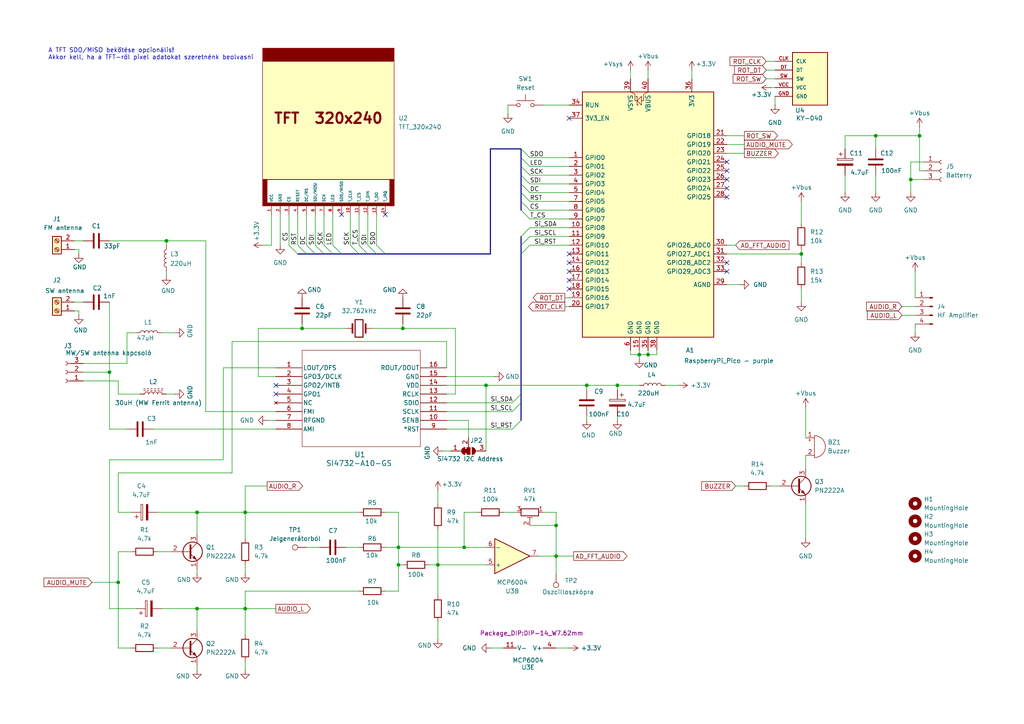
<source format=kicad_sch>
(kicad_sch (version 20250114) (generator "eeschema") (generator_version "9.0")
  (paper "A4")
  (title_block (title "Pico radio-9 (kétoldalas panel)") (date "2025-08-04"))
  (text "A TFT SDO/MISO bekötése opcionális!\nAkkor kell, ha a TFT-ről pixel adatokat szeretnénk beolvasni" (at 13.97 15.748 0) (effects (font (size 1.27 1.27)) (justify left)))
  (junction (at 179.07 111.76))
  (junction (at 48.26 69.85))
  (junction (at 140.97 111.76))
  (junction (at 115.57 158.75))
  (junction (at 187.96 102.87))
  (junction (at 232.41 73.66))
  (junction (at 264.16 52.07))
  (junction (at 161.29 152.4))
  (junction (at 87.63 95.25))
  (junction (at 254 39.37))
  (junction (at 34.29 168.91))
  (junction (at 57.15 148.59))
  (junction (at 31.75 107.95))
  (junction (at 57.15 176.53))
  (junction (at 71.12 148.59))
  (junction (at 266.7 39.37))
  (junction (at 115.57 163.83))
  (junction (at 161.29 161.29))
  (junction (at 127 163.83))
  (junction (at 170.18 111.76))
  (junction (at 116.84 95.25))
  (junction (at 185.42 102.87))
  (junction (at 71.12 176.53))
  (junction (at 134.62 158.75))
  (no_connect (at 165.1 76.2))
  (no_connect (at 80.01 111.76))
  (no_connect (at 165.1 83.82))
  (no_connect (at 165.1 34.29))
  (no_connect (at 165.1 73.66))
  (no_connect (at 210.82 46.99))
  (no_connect (at 210.82 76.2))
  (no_connect (at 111.76 62.23))
  (no_connect (at 210.82 49.53))
  (no_connect (at 210.82 54.61))
  (no_connect (at 99.06 62.23))
  (no_connect (at 210.82 57.15))
  (no_connect (at 210.82 52.07))
  (no_connect (at 165.1 78.74))
  (no_connect (at 210.82 78.74))
  (no_connect (at 165.1 81.28))
  (no_connect (at 80.01 114.3))
  (bus_entry (at 148.59 116.84) (size 2.54 -2.54))
  (bus_entry (at 106.68 71.12) (size 2.54 2.54))
  (bus_entry (at 91.44 71.12) (size 2.54 2.54))
  (bus_entry (at 88.9 71.12) (size 2.54 2.54))
  (bus_entry (at 151.13 53.34) (size 2.54 2.54))
  (bus_entry (at 151.13 55.88) (size 2.54 2.54))
  (bus_entry (at 96.52 71.12) (size 2.54 2.54))
  (bus_entry (at 151.13 50.8) (size 2.54 2.54))
  (bus_entry (at 148.59 119.38) (size 2.54 -2.54))
  (bus_entry (at 109.22 71.12) (size 2.54 2.54))
  (bus_entry (at 151.13 73.66) (size 2.54 -2.54))
  (bus_entry (at 151.13 45.72) (size 2.54 2.54))
  (bus_entry (at 151.13 71.12) (size 2.54 -2.54))
  (bus_entry (at 151.13 58.42) (size 2.54 2.54))
  (bus_entry (at 151.13 68.58) (size 2.54 -2.54))
  (bus_entry (at 151.13 60.96) (size 2.54 2.54))
  (bus_entry (at 86.36 71.12) (size 2.54 2.54))
  (bus_entry (at 151.13 43.18) (size 2.54 2.54))
  (bus_entry (at 104.14 71.12) (size 2.54 2.54))
  (bus_entry (at 148.59 124.46) (size 2.54 -2.54))
  (bus_entry (at 101.6 71.12) (size 2.54 2.54))
  (bus_entry (at 151.13 48.26) (size 2.54 2.54))
  (bus_entry (at 83.82 71.12) (size 2.54 2.54))
  (bus_entry (at 93.98 71.12) (size 2.54 2.54))
  (wire (pts (xy 67.31 99.06) (xy 67.31 137.16)))
  (wire (pts (xy 222.25 17.78) (xy 224.79 17.78)))
  (wire (pts (xy 104.14 62.23) (xy 104.14 71.12)))
  (wire (pts (xy 124.46 163.83) (xy 127 163.83)))
  (wire (pts (xy 71.12 171.45) (xy 71.12 176.53)))
  (wire (pts (xy 77.47 121.92) (xy 80.01 121.92)))
  (wire (pts (xy 129.54 116.84) (xy 148.59 116.84)))
  (wire (pts (xy 48.26 69.85) (xy 59.69 69.85)))
  (wire (pts (xy 233.68 132.08) (xy 233.68 135.89)))
  (wire (pts (xy 179.07 121.92) (xy 179.07 120.65)))
  (wire (pts (xy 210.82 73.66) (xy 232.41 73.66)))
  (wire (pts (xy 22.86 91.44) (xy 22.86 90.17)))
  (bus (pts (xy 151.13 58.42) (xy 151.13 55.88)))
  (wire (pts (xy 71.12 163.83) (xy 71.12 166.37)))
  (bus (pts (xy 151.13 43.18) (xy 151.13 45.72)))
  (wire (pts (xy 71.12 176.53) (xy 57.15 176.53)))
  (wire (pts (xy 46.99 96.52) (xy 50.8 96.52)))
  (wire (pts (xy 222.25 20.32) (xy 224.79 20.32)))
  (bus (pts (xy 93.98 73.66) (xy 96.52 73.66)))
  (bus (pts (xy 151.13 71.12) (xy 151.13 73.66)))
  (wire (pts (xy 182.88 20.32) (xy 182.88 22.86)))
  (wire (pts (xy 116.84 93.98) (xy 116.84 95.25)))
  (wire (pts (xy 34.29 168.91) (xy 34.29 187.96)))
  (wire (pts (xy 232.41 72.39) (xy 232.41 73.66)))
  (bus (pts (xy 142.24 43.18) (xy 142.24 73.66)))
  (wire (pts (xy 185.42 101.6) (xy 185.42 102.87)))
  (wire (pts (xy 147.32 30.48) (xy 147.32 33.02)))
  (wire (pts (xy 71.12 176.53) (xy 80.01 176.53)))
  (wire (pts (xy 210.82 44.45) (xy 215.9 44.45)))
  (wire (pts (xy 254 39.37) (xy 254 43.18)))
  (wire (pts (xy 22.86 73.66) (xy 22.86 72.39)))
  (wire (pts (xy 115.57 163.83) (xy 116.84 163.83)))
  (wire (pts (xy 153.67 152.4) (xy 161.29 152.4)))
  (wire (pts (xy 170.18 121.92) (xy 170.18 120.65)))
  (wire (pts (xy 36.83 105.41) (xy 24.13 105.41)))
  (wire (pts (xy 31.75 176.53) (xy 39.37 176.53)))
  (wire (pts (xy 134.62 148.59) (xy 134.62 158.75)))
  (wire (pts (xy 264.16 52.07) (xy 264.16 55.88)))
  (wire (pts (xy 190.5 102.87) (xy 190.5 101.6)))
  (wire (pts (xy 71.12 148.59) (xy 57.15 148.59)))
  (wire (pts (xy 46.99 176.53) (xy 57.15 176.53)))
  (wire (pts (xy 59.69 119.38) (xy 80.01 119.38)))
  (wire (pts (xy 187.96 102.87) (xy 185.42 102.87)))
  (wire (pts (xy 48.26 78.74) (xy 48.26 80.01)))
  (wire (pts (xy 153.67 55.88) (xy 165.1 55.88)))
  (wire (pts (xy 57.15 193.04) (xy 57.15 194.31)))
  (wire (pts (xy 245.11 55.88) (xy 245.11 50.8)))
  (wire (pts (xy 163.83 86.36) (xy 165.1 86.36)))
  (wire (pts (xy 128.27 130.81) (xy 130.81 130.81)))
  (wire (pts (xy 129.54 106.68) (xy 129.54 99.06)))
  (wire (pts (xy 224.79 27.94) (xy 224.79 30.48)))
  (wire (pts (xy 182.88 102.87) (xy 185.42 102.87)))
  (wire (pts (xy 74.93 95.25) (xy 74.93 109.22)))
  (wire (pts (xy 261.62 91.44) (xy 265.43 91.44)))
  (wire (pts (xy 115.57 148.59) (xy 115.57 158.75)))
  (wire (pts (xy 232.41 58.42) (xy 232.41 64.77)))
  (wire (pts (xy 233.68 118.11) (xy 233.68 127)))
  (bus (pts (xy 151.13 116.84) (xy 151.13 121.92)))
  (bus (pts (xy 151.13 68.58) (xy 151.13 71.12)))
  (wire (pts (xy 45.72 160.02) (xy 49.53 160.02)))
  (bus (pts (xy 91.44 73.66) (xy 93.98 73.66)))
  (wire (pts (xy 134.62 158.75) (xy 140.97 158.75)))
  (wire (pts (xy 91.44 62.23) (xy 91.44 71.12)))
  (wire (pts (xy 59.69 69.85) (xy 59.69 119.38)))
  (wire (pts (xy 64.77 133.35) (xy 31.75 133.35)))
  (wire (pts (xy 161.29 148.59) (xy 161.29 152.4)))
  (wire (pts (xy 71.12 140.97) (xy 71.12 148.59)))
  (wire (pts (xy 163.83 88.9) (xy 165.1 88.9)))
  (wire (pts (xy 153.67 66.04) (xy 165.1 66.04)))
  (wire (pts (xy 36.83 96.52) (xy 36.83 105.41)))
  (wire (pts (xy 21.59 87.63) (xy 24.13 87.63)))
  (wire (pts (xy 193.04 111.76) (xy 196.85 111.76)))
  (wire (pts (xy 210.82 71.12) (xy 213.36 71.12)))
  (wire (pts (xy 185.42 102.87) (xy 185.42 104.14)))
  (wire (pts (xy 115.57 158.75) (xy 115.57 163.83)))
  (wire (pts (xy 71.12 176.53) (xy 71.12 184.15)))
  (wire (pts (xy 187.96 101.6) (xy 187.96 102.87)))
  (wire (pts (xy 245.11 39.37) (xy 254 39.37)))
  (wire (pts (xy 48.26 69.85) (xy 48.26 71.12)))
  (wire (pts (xy 156.21 161.29) (xy 161.29 161.29)))
  (wire (pts (xy 78.74 62.23) (xy 78.74 71.12)))
  (wire (pts (xy 71.12 148.59) (xy 104.14 148.59)))
  (bus (pts (xy 99.06 73.66) (xy 104.14 73.66)))
  (wire (pts (xy 115.57 163.83) (xy 115.57 171.45)))
  (wire (pts (xy 57.15 148.59) (xy 57.15 154.94)))
  (wire (pts (xy 187.96 20.32) (xy 187.96 22.86)))
  (wire (pts (xy 74.93 95.25) (xy 87.63 95.25)))
  (wire (pts (xy 135.89 121.92) (xy 135.89 127)))
  (wire (pts (xy 138.43 148.59) (xy 134.62 148.59)))
  (wire (pts (xy 153.67 45.72) (xy 165.1 45.72)))
  (wire (pts (xy 109.22 62.23) (xy 109.22 71.12)))
  (bus (pts (xy 151.13 53.34) (xy 151.13 50.8)))
  (bus (pts (xy 151.13 73.66) (xy 151.13 114.3)))
  (bus (pts (xy 104.14 73.66) (xy 106.68 73.66)))
  (wire (pts (xy 153.67 60.96) (xy 165.1 60.96)))
  (wire (pts (xy 116.84 95.25) (xy 132.08 95.25)))
  (wire (pts (xy 24.13 107.95) (xy 31.75 107.95)))
  (wire (pts (xy 127 163.83) (xy 140.97 163.83)))
  (wire (pts (xy 127 180.34) (xy 127 185.42)))
  (wire (pts (xy 57.15 165.1) (xy 57.15 166.37)))
  (wire (pts (xy 223.52 25.4) (xy 224.79 25.4)))
  (wire (pts (xy 153.67 71.12) (xy 165.1 71.12)))
  (wire (pts (xy 34.29 137.16) (xy 34.29 148.59)))
  (wire (pts (xy 210.82 41.91) (xy 215.9 41.91)))
  (wire (pts (xy 254 55.88) (xy 254 50.8)))
  (wire (pts (xy 129.54 119.38) (xy 148.59 119.38)))
  (wire (pts (xy 34.29 160.02) (xy 34.29 168.91)))
  (wire (pts (xy 31.75 69.85) (xy 48.26 69.85)))
  (wire (pts (xy 34.29 148.59) (xy 38.1 148.59)))
  (wire (pts (xy 179.07 111.76) (xy 179.07 113.03)))
  (wire (pts (xy 264.16 46.99) (xy 267.97 46.99)))
  (wire (pts (xy 31.75 133.35) (xy 31.75 176.53)))
  (wire (pts (xy 161.29 152.4) (xy 161.29 161.29)))
  (wire (pts (xy 245.11 43.18) (xy 245.11 39.37)))
  (wire (pts (xy 96.52 62.23) (xy 96.52 71.12)))
  (wire (pts (xy 132.08 114.3) (xy 132.08 95.25)))
  (bus (pts (xy 151.13 60.96) (xy 151.13 58.42)))
  (wire (pts (xy 86.36 62.23) (xy 86.36 71.12)))
  (wire (pts (xy 210.82 39.37) (xy 215.9 39.37)))
  (wire (pts (xy 129.54 109.22) (xy 143.51 109.22)))
  (wire (pts (xy 71.12 148.59) (xy 71.12 156.21)))
  (wire (pts (xy 140.97 111.76) (xy 170.18 111.76)))
  (wire (pts (xy 200.66 20.32) (xy 200.66 22.86)))
  (wire (pts (xy 45.72 187.96) (xy 49.53 187.96)))
  (wire (pts (xy 266.7 49.53) (xy 267.97 49.53)))
  (wire (pts (xy 127 142.24) (xy 127 146.05)))
  (wire (pts (xy 127 163.83) (xy 127 172.72)))
  (wire (pts (xy 111.76 148.59) (xy 115.57 148.59)))
  (wire (pts (xy 223.52 140.97) (xy 226.06 140.97)))
  (bus (pts (xy 142.24 73.66) (xy 111.76 73.66)))
  (bus (pts (xy 151.13 45.72) (xy 151.13 48.26)))
  (wire (pts (xy 21.59 69.85) (xy 24.13 69.85)))
  (wire (pts (xy 127 153.67) (xy 127 163.83)))
  (wire (pts (xy 265.43 78.74) (xy 265.43 86.36)))
  (wire (pts (xy 170.18 111.76) (xy 179.07 111.76)))
  (wire (pts (xy 165.1 187.96) (xy 161.29 187.96)))
  (wire (pts (xy 266.7 39.37) (xy 266.7 49.53)))
  (bus (pts (xy 106.68 73.66) (xy 109.22 73.66)))
  (wire (pts (xy 64.77 106.68) (xy 80.01 106.68)))
  (wire (pts (xy 34.29 187.96) (xy 38.1 187.96)))
  (wire (pts (xy 111.76 158.75) (xy 115.57 158.75)))
  (wire (pts (xy 31.75 107.95) (xy 31.75 124.46)))
  (wire (pts (xy 87.63 93.98) (xy 87.63 95.25)))
  (wire (pts (xy 232.41 83.82) (xy 232.41 87.63)))
  (wire (pts (xy 45.72 148.59) (xy 57.15 148.59)))
  (wire (pts (xy 210.82 82.55) (xy 214.63 82.55)))
  (bus (pts (xy 86.36 73.66) (xy 88.9 73.66)))
  (wire (pts (xy 26.67 168.91) (xy 34.29 168.91)))
  (wire (pts (xy 222.25 22.86) (xy 224.79 22.86)))
  (wire (pts (xy 83.82 62.23) (xy 83.82 71.12)))
  (wire (pts (xy 101.6 62.23) (xy 101.6 71.12)))
  (wire (pts (xy 22.86 72.39) (xy 21.59 72.39)))
  (wire (pts (xy 153.67 53.34) (xy 165.1 53.34)))
  (wire (pts (xy 115.57 171.45) (xy 111.76 171.45)))
  (wire (pts (xy 129.54 124.46) (xy 148.59 124.46)))
  (wire (pts (xy 64.77 106.68) (xy 64.77 133.35)))
  (bus (pts (xy 109.22 73.66) (xy 111.76 73.66)))
  (wire (pts (xy 71.12 140.97) (xy 77.47 140.97)))
  (wire (pts (xy 115.57 158.75) (xy 134.62 158.75)))
  (wire (pts (xy 153.67 63.5) (xy 165.1 63.5)))
  (wire (pts (xy 182.88 101.6) (xy 182.88 102.87)))
  (wire (pts (xy 100.33 158.75) (xy 104.14 158.75)))
  (wire (pts (xy 157.48 148.59) (xy 161.29 148.59)))
  (wire (pts (xy 129.54 111.76) (xy 140.97 111.76)))
  (wire (pts (xy 135.89 121.92) (xy 129.54 121.92)))
  (wire (pts (xy 36.83 96.52) (xy 39.37 96.52)))
  (wire (pts (xy 129.54 114.3) (xy 132.08 114.3)))
  (wire (pts (xy 161.29 161.29) (xy 161.29 166.37)))
  (wire (pts (xy 140.97 130.81) (xy 140.97 111.76)))
  (wire (pts (xy 179.07 111.76) (xy 185.42 111.76)))
  (wire (pts (xy 266.7 36.83) (xy 266.7 39.37)))
  (wire (pts (xy 261.62 88.9) (xy 265.43 88.9)))
  (wire (pts (xy 264.16 46.99) (xy 264.16 52.07)))
  (wire (pts (xy 48.26 114.3) (xy 50.8 114.3)))
  (bus (pts (xy 96.52 73.66) (xy 99.06 73.66)))
  (wire (pts (xy 57.15 176.53) (xy 57.15 182.88)))
  (wire (pts (xy 153.67 68.58) (xy 165.1 68.58)))
  (wire (pts (xy 31.75 124.46) (xy 36.83 124.46)))
  (wire (pts (xy 71.12 171.45) (xy 104.14 171.45)))
  (wire (pts (xy 93.98 62.23) (xy 93.98 71.12)))
  (wire (pts (xy 88.9 158.75) (xy 92.71 158.75)))
  (bus (pts (xy 151.13 114.3) (xy 151.13 116.84)))
  (wire (pts (xy 67.31 137.16) (xy 34.29 137.16)))
  (wire (pts (xy 88.9 62.23) (xy 88.9 71.12)))
  (wire (pts (xy 22.86 90.17) (xy 21.59 90.17)))
  (wire (pts (xy 87.63 95.25) (xy 100.33 95.25)))
  (wire (pts (xy 161.29 161.29) (xy 166.37 161.29)))
  (wire (pts (xy 31.75 87.63) (xy 31.75 107.95)))
  (bus (pts (xy 151.13 50.8) (xy 151.13 48.26)))
  (wire (pts (xy 146.05 187.96) (xy 142.24 187.96)))
  (wire (pts (xy 233.68 146.05) (xy 233.68 156.21)))
  (wire (pts (xy 146.05 148.59) (xy 149.86 148.59)))
  (wire (pts (xy 67.31 99.06) (xy 129.54 99.06)))
  (wire (pts (xy 44.45 124.46) (xy 80.01 124.46)))
  (wire (pts (xy 34.29 114.3) (xy 40.64 114.3)))
  (wire (pts (xy 187.96 102.87) (xy 190.5 102.87)))
  (wire (pts (xy 170.18 111.76) (xy 170.18 113.03)))
  (wire (pts (xy 153.67 48.26) (xy 165.1 48.26)))
  (wire (pts (xy 213.36 140.97) (xy 215.9 140.97)))
  (wire (pts (xy 38.1 160.02) (xy 34.29 160.02)))
  (wire (pts (xy 265.43 93.98) (xy 265.43 96.52)))
  (wire (pts (xy 264.16 52.07) (xy 267.97 52.07)))
  (wire (pts (xy 107.95 95.25) (xy 116.84 95.25)))
  (wire (pts (xy 153.67 50.8) (xy 165.1 50.8)))
  (wire (pts (xy 157.48 30.48) (xy 165.1 30.48)))
  (wire (pts (xy 76.2 71.12) (xy 78.74 71.12)))
  (wire (pts (xy 81.28 62.23) (xy 81.28 71.12)))
  (wire (pts (xy 153.67 58.42) (xy 165.1 58.42)))
  (wire (pts (xy 232.41 73.66) (xy 232.41 76.2)))
  (bus (pts (xy 151.13 55.88) (xy 151.13 53.34)))
  (bus (pts (xy 142.24 43.18) (xy 151.13 43.18)))
  (wire (pts (xy 254 39.37) (xy 266.7 39.37)))
  (wire (pts (xy 24.13 110.49) (xy 34.29 110.49)))
  (wire (pts (xy 71.12 191.77) (xy 71.12 194.31)))
  (wire (pts (xy 106.68 62.23) (xy 106.68 71.12)))
  (wire (pts (xy 34.29 110.49) (xy 34.29 114.3)))
  (wire (pts (xy 74.93 109.22) (xy 80.01 109.22)))
  (bus (pts (xy 88.9 73.66) (xy 91.44 73.66)))
  (label "SDI" (at 153.67 53.34 0))
  (label "LED" (at 153.67 48.26 0))
  (label "SDI" (at 106.68 71.12 90))
  (label "Si_RST" (at 154.94 71.12 0))
  (label "Si_SCL" (at 154.94 68.58 0))
  (label "DC" (at 153.67 55.88 0))
  (label "SDI" (at 91.44 71.12 90))
  (label "RST" (at 86.36 71.12 90))
  (label "CS" (at 83.82 67.31 270))
  (label "LED" (at 96.52 71.12 90))
  (label "Si_SDA" (at 154.94 66.04 0))
  (label "Si_RST" (at 142.24 124.46 0))
  (label "SDO" (at 109.22 71.12 90))
  (label "RST" (at 153.67 58.42 0))
  (label "T_CS" (at 153.67 63.5 0))
  (label "SCK" (at 93.98 71.12 90))
  (label "Si_SDA" (at 142.24 116.84 0))
  (label "Si_SCL" (at 142.24 119.38 0))
  (label "T_CS" (at 104.14 71.12 90))
  (label "CS" (at 153.67 60.96 0))
  (label "DC" (at 88.9 71.12 90))
  (label "SCK" (at 153.67 50.8 0))
  (label "SCK" (at 101.6 71.12 90))
  (label "SDO" (at 153.67 45.72 0))
  (global_label "AUDIO_R" (shape input) (at 261.62 88.9 180) (property "Intersheetrefs" "${INTERSHEET_REFS}" (effects (hide yes))))
  (global_label "ROT_SW" (shape output) (at 215.9 39.37 0) (property "Intersheetrefs" "${INTERSHEET_REFS}" (effects (hide yes))))
  (global_label "BUZZER" (shape output) (at 215.9 44.45 0) (property "Intersheetrefs" "${INTERSHEET_REFS}" (effects (hide yes))))
  (global_label "AD_FFT_AUDIO" (shape input) (at 213.36 71.12 0) (property "Intersheetrefs" "${INTERSHEET_REFS}" (effects (hide yes))))
  (global_label "AUDIO_MUTE" (shape output) (at 215.9 41.91 0) (property "Intersheetrefs" "${INTERSHEET_REFS}" (effects (hide yes))))
  (global_label "AUDIO_R" (shape output) (at 77.47 140.97 0) (property "Intersheetrefs" "${INTERSHEET_REFS}" (effects (hide yes))))
  (global_label "AUDIO_L" (shape output) (at 80.01 176.53 0) (property "Intersheetrefs" "${INTERSHEET_REFS}" (effects (hide yes))))
  (global_label "AUDIO_L" (shape input) (at 261.62 91.44 180) (property "Intersheetrefs" "${INTERSHEET_REFS}" (effects (hide yes))))
  (global_label "ROT_CLK" (shape output) (at 163.83 88.9 180) (property "Intersheetrefs" "${INTERSHEET_REFS}" (effects (hide yes))))
  (global_label "ROT_CLK" (shape input) (at 222.25 17.78 180) (property "Intersheetrefs" "${INTERSHEET_REFS}" (effects (hide yes))))
  (global_label "BUZZER" (shape input) (at 213.36 140.97 180) (property "Intersheetrefs" "${INTERSHEET_REFS}" (effects (hide yes))))
  (global_label "AD_FFT_AUDIO" (shape output) (at 166.37 161.29 0) (property "Intersheetrefs" "${INTERSHEET_REFS}" (effects (hide yes))))
  (global_label "AUDIO_MUTE" (shape input) (at 26.67 168.91 180) (property "Intersheetrefs" "${INTERSHEET_REFS}" (effects (hide yes))))
  (global_label "ROT_DT" (shape output) (at 163.83 86.36 180) (property "Intersheetrefs" "${INTERSHEET_REFS}" (effects (hide yes))))
  (global_label "ROT_SW" (shape input) (at 222.25 22.86 180) (property "Intersheetrefs" "${INTERSHEET_REFS}" (effects (hide yes))))
  (global_label "ROT_DT" (shape input) (at 222.25 20.32 180) (property "Intersheetrefs" "${INTERSHEET_REFS}" (effects (hide yes))))
  (symbol (lib_id "Device:R") (at 142.24 148.59 270) (unit 1)
    (property "Reference" "R11" (at 142.24 142.24 90))
    (property "Value" "100k" (at 142.24 144.78 90))
    (property "Footprint" "Resistor_THT:R_Axial_DIN0207_L6.3mm_D2.5mm_P10.16mm_Horizontal" (effects (hide yes)))
    (property "Description" "Resistor" (effects (hide yes)))
  )
  (symbol (lib_id "Transistor_BJT:PN2222A") (at 54.61 160.02 0) (unit 1)
    (property "Reference" "Q1" (at 59.69 158.7499 0) (effects (justify left)))
    (property "Value" "PN2222A" (at 59.69 161.2899 0) (effects (justify left)))
    (property "Footprint" "Package_TO_SOT_THT:TO-92_Inline_Wide" (effects (hide yes)))
    (property "Datasheet" "https://www.onsemi.com/pub/Collateral/PN2222-D.PDF" (effects (hide yes)))
    (property "Description" "1A Ic, 40V Vce, NPN Transistor, General Purpose Transistor, TO-92" (effects (hide yes)))
  )
  (symbol (lib_id "power:+3.3V") (at 76.2 71.12 90) (unit 1)
    (property "Reference" "#PWR010" (effects (hide yes)))
    (property "Value" "+3.3V" (at 74.422 67.056 0))
    (property "Description" "Power symbol creates a global label with name \"+3.3V\"" (effects (hide yes)))
  )
  (symbol (lib_id "power:GND") (at 179.07 121.92 0) (unit 1)
    (property "Reference" "#PWR021" (effects (hide yes)))
    (property "Value" "GND" (at 178.562 125.73 0))
    (property "Description" "Power symbol creates a global label with name \"GND\" , ground" (effects (hide yes)))
  )
  (symbol (lib_id "power:+3.3V") (at 200.66 20.32 0) (unit 1)
    (property "Reference" "#PWR027" (effects (hide yes)))
    (property "Value" "+3.3V" (at 204.724 18.542 0))
    (property "Description" "Power symbol creates a global label with name \"+3.3V\"" (effects (hide yes)))
  )
  (symbol (lib_id "Device:R") (at 120.65 163.83 270) (unit 1)
    (property "Reference" "R8" (at 120.65 161.036 90))
    (property "Value" "100k" (at 120.65 166.624 90))
    (property "Footprint" "Resistor_THT:R_Axial_DIN0207_L6.3mm_D2.5mm_P10.16mm_Horizontal" (effects (hide yes)))
    (property "Description" "Resistor" (effects (hide yes)))
  )
  (symbol (lib_id "power:+BATT") (at 182.88 20.32 0) (unit 1)
    (property "Reference" "#PWR022" (effects (hide yes)))
    (property "Value" "+Vsys" (at 177.8 18.542 0))
    (property "Description" "Power symbol creates a global label with name \"+BATT\"" (effects (hide yes)))
  )
  (symbol (lib_id "power:GND") (at 245.11 55.88 0) (unit 1)
    (property "Reference" "#PWR034" (effects (hide yes)))
    (property "Value" "GND" (at 245.11 60.96 0))
    (property "Description" "Power symbol creates a global label with name \"GND\" , ground" (effects (hide yes)))
  )
  (symbol (lib_id "Connector:Conn_01x03_Socket") (at 19.05 107.95 180) (unit 1)
    (property "Reference" "J3" (at 19.685 100.33 0))
    (property "Value" "MW/SW antenna kapcsoló" (at 31.496 102.362 0))
    (property "Footprint" "Connector_PinHeader_2.54mm:PinHeader_1x03_P2.54mm_Vertical" (effects (hide yes)))
    (property "Description" "Generic connector, single row, 01x03, script generated" (effects (hide yes)))
  )
  (symbol (lib_id "Connector:TestPoint") (at 161.29 166.37 180) (unit 1)
    (property "Reference" "TP2" (at 163.83 168.4019 0) (effects (justify right)))
    (property "Value" "Oszcilloszkópra" (at 157.226 171.704 0) (effects (justify right)))
    (property "Footprint" "TestPoint:TestPoint_Loop_D2.50mm_Drill1.0mm" (effects (hide yes)))
    (property "Description" "test point" (effects (hide yes)))
  )
  (symbol (lib_id "power:+BATT") (at 265.43 78.74 0) (unit 1)
    (property "Reference" "#PWR037" (effects (hide yes)))
    (property "Value" "+Vbus" (at 265.43 74.676 0))
    (property "Description" "Power symbol creates a global label with name \"+BATT\"" (effects (hide yes)))
  )
  (symbol (lib_id "Mechanical:MountingHole") (at 265.43 156.21 0) (unit 1) (in_bom no)
    (property "Reference" "H3" (at 267.97 154.9399 0) (effects (justify left)))
    (property "Value" "MountingHole" (at 267.97 157.4799 0) (effects (justify left)))
    (property "Footprint" "MountingHole:MountingHole_3.2mm_M3" (effects (hide yes)))
    (property "Description" "Mounting Hole without connection" (effects (hide yes)))
  )
  (symbol (lib_id "power:+3.3V") (at 127 142.24 0) (unit 1)
    (property "Reference" "#PWR015" (effects (hide yes)))
    (property "Value" "+3.3V" (at 131.064 140.462 0))
    (property "Description" "Power symbol creates a global label with name \"+3.3V\"" (effects (hide yes)))
  )
  (symbol (lib_id "Device:L_Ferrite") (at 44.45 114.3 90) (unit 1)
    (property "Reference" "L2" (at 44.45 110.744 90))
    (property "Value" "30uH (MW Ferrit antenna)" (at 45.974 116.84 90))
    (property "Footprint" "Connector_PinHeader_2.54mm:PinHeader_1x02_P2.54mm_Vertical" (effects (hide yes)))
    (property "Description" "Inductor with ferrite core" (effects (hide yes)))
  )
  (symbol (lib_id "power:GND") (at 81.28 71.12 0) (unit 1)
    (property "Reference" "#PWR012" (effects (hide yes)))
    (property "Value" "GND" (at 81.28 76.2 0))
    (property "Description" "Power symbol creates a global label with name \"GND\" , ground" (effects (hide yes)))
  )
  (symbol (lib_id "Mechanical:MountingHole") (at 265.43 151.13 0) (unit 1) (in_bom no)
    (property "Reference" "H2" (at 267.97 149.8599 0) (effects (justify left)))
    (property "Value" "MountingHole" (at 267.97 152.3999 0) (effects (justify left)))
    (property "Footprint" "MountingHole:MountingHole_3.2mm_M3" (effects (hide yes)))
    (property "Description" "Mounting Hole without connection" (effects (hide yes)))
  )
  (symbol (lib_id "Connector:Screw_Terminal_01x02") (at 16.51 90.17 180) (unit 1)
    (property "Reference" "J2" (at 16.51 81.28 0))
    (property "Value" "SW antenna" (at 18.796 84.328 0))
    (property "Footprint" "TerminalBlock_4Ucon:TerminalBlock_4Ucon_1x02_P3.50mm_Horizontal" (effects (hide yes)))
    (property "Description" "Generic screw terminal, single row, 01x02, script generated (kicad-library-utils/schlib/autogen/connector/)" (effects (hide yes)))
  )
  (symbol (lib_id "Device:C") (at 87.63 90.17 180) (unit 1)
    (property "Reference" "C6" (at 91.44 88.8999 0) (effects (justify right)))
    (property "Value" "22pF" (at 91.44 91.4399 0) (effects (justify right)))
    (property "Footprint" "Capacitor_THT:C_Disc_D3.0mm_W1.6mm_P2.50mm" (effects (hide yes)))
    (property "Description" "Unpolarized capacitor" (effects (hide yes)))
  )
  (symbol (lib_id "Switch:SW_Omron_B3FS") (at 152.4 30.48 0) (unit 1)
    (property "Reference" "SW1" (at 152.4 22.86 0))
    (property "Value" "Reset" (at 152.4 25.4 0))
    (property "Footprint" "Connector_PinHeader_2.54mm:PinHeader_1x02_P2.54mm_Vertical" (effects (hide yes)))
    (property "Datasheet" "https://omronfs.omron.com/en_US/ecb/products/pdf/en-b3fs.pdf" (effects (hide yes)))
    (property "Description" "Omron B3FS 6x6mm single pole normally-open tactile switch" (effects (hide yes)))
  )
  (symbol (lib_id "Device:R") (at 71.12 187.96 180) (unit 1)
    (property "Reference" "R4" (at 73.66 186.6899 0) (effects (justify right)))
    (property "Value" "4.7k" (at 73.66 189.2299 0) (effects (justify right)))
    (property "Footprint" "Resistor_THT:R_Axial_DIN0207_L6.3mm_D2.5mm_P10.16mm_Horizontal" (effects (hide yes)))
    (property "Description" "Resistor" (effects (hide yes)))
  )
  (symbol (lib_id "Amplifier_Operational:MCP6004") (at 148.59 161.29 0) (mirror x) (unit 2)
    (property "Reference" "U3" (at 148.59 171.45 0))
    (property "Value" "MCP6004" (at 148.59 168.91 0))
    (property "Footprint" "Package_DIP:DIP-14_W7.62mm" (effects (hide yes)))
    (property "Datasheet" "http://ww1.microchip.com/downloads/en/DeviceDoc/21733j.pdf" (effects (hide yes)))
    (property "Description" "1MHz, Low-Power Op Amp, DIP-14/SOIC-14/TSSOP-14" (effects (hide yes)))
  )
  (symbol (lib_id "Device:C") (at 254 46.99 0) (unit 1)
    (property "Reference" "C12" (at 255.27 44.45 0) (effects (justify left)))
    (property "Value" "100nF" (at 255.524 49.53 0) (effects (justify left)))
    (property "Footprint" "Capacitor_THT:C_Disc_D7.0mm_W2.5mm_P5.00mm" (effects (hide yes)))
    (property "Description" "Unpolarized capacitor" (effects (hide yes)))
  )
  (symbol (lib_id "Amplifier_Operational:MCP6004") (at 153.67 185.42 270) (mirror x) (unit 5)
    (property "Reference" "U3" (at 153.162 193.548 90))
    (property "Value" "MCP6004" (at 153.162 191.516 90))
    (property "Footprint" "Package_DIP:DIP-14_W7.62mm" (at 154.178 183.642 90))
    (property "Datasheet" "http://ww1.microchip.com/downloads/en/DeviceDoc/21733j.pdf" (effects (hide yes)))
    (property "Description" "1MHz, Low-Power Op Amp, DIP-14/SOIC-14/TSSOP-14" (effects (hide yes)))
  )
  (symbol (lib_id "power:GND") (at 57.15 166.37 0) (unit 1)
    (property "Reference" "#PWR06" (effects (hide yes)))
    (property "Value" "GND" (at 53.34 168.148 0))
    (property "Description" "Power symbol creates a global label with name \"GND\" , ground" (effects (hide yes)))
  )
  (symbol (lib_id "Device:R") (at 127 176.53 180) (unit 1)
    (property "Reference" "R10" (at 129.54 175.2599 0) (effects (justify right)))
    (property "Value" "47k" (at 129.54 177.7999 0) (effects (justify right)))
    (property "Footprint" "Resistor_THT:R_Axial_DIN0207_L6.3mm_D2.5mm_P10.16mm_Horizontal" (effects (hide yes)))
    (property "Description" "Resistor" (effects (hide yes)))
  )
  (symbol (lib_id "power:GND") (at 22.86 91.44 0) (unit 1)
    (property "Reference" "#PWR02" (effects (hide yes)))
    (property "Value" "GND" (at 23.368 95.758 0))
    (property "Description" "Power symbol creates a global label with name \"GND\" , ground" (effects (hide yes)))
  )
  (symbol (lib_id "Device:R") (at 219.71 140.97 90) (unit 1)
    (property "Reference" "R14" (at 219.71 134.62 90))
    (property "Value" "4.7k" (at 219.71 137.16 90))
    (property "Footprint" "Resistor_THT:R_Axial_DIN0207_L6.3mm_D2.5mm_P10.16mm_Horizontal" (effects (hide yes)))
    (property "Description" "Resistor" (effects (hide yes)))
  )
  (symbol (lib_id "power:GND") (at 214.63 82.55 90) (unit 1)
    (property "Reference" "#PWR028" (effects (hide yes)))
    (property "Value" "GND" (at 218.44 82.5499 90) (effects (justify right)))
    (property "Description" "Power symbol creates a global label with name \"GND\" , ground" (effects (hide yes)))
  )
  (symbol (lib_id "power:GND") (at 22.86 73.66 0) (unit 1)
    (property "Reference" "#PWR01" (effects (hide yes)))
    (property "Value" "GND" (at 23.114 77.47 0))
    (property "Description" "Power symbol creates a global label with name \"GND\" , ground" (effects (hide yes)))
  )
  (symbol (lib_id "power:GND") (at 116.84 86.36 180) (unit 1)
    (property "Reference" "#PWR014" (effects (hide yes)))
    (property "Value" "GND" (at 113.03 84.074 0))
    (property "Description" "Power symbol creates a global label with name \"GND\" , ground" (effects (hide yes)))
  )
  (symbol (lib_id "Device:R") (at 41.91 187.96 90) (unit 1)
    (property "Reference" "R2" (at 41.91 181.61 90))
    (property "Value" "4.7k" (at 41.91 184.15 90))
    (property "Footprint" "Resistor_THT:R_Axial_DIN0207_L6.3mm_D2.5mm_P10.16mm_Horizontal" (effects (hide yes)))
    (property "Description" "Resistor" (effects (hide yes)))
  )
  (symbol (lib_id "power:GND") (at 264.16 55.88 0) (unit 1)
    (property "Reference" "#PWR041" (effects (hide yes)))
    (property "Value" "GND" (at 264.16 60.96 0))
    (property "Description" "Power symbol creates a global label with name \"GND\" , ground" (effects (hide yes)))
  )
  (symbol (lib_id "Device:Buzzer") (at 236.22 129.54 0) (unit 1)
    (property "Reference" "BZ1" (at 240.03 128.2699 0) (effects (justify left)))
    (property "Value" "Buzzer" (at 240.03 130.8099 0) (effects (justify left)))
    (property "Footprint" "Buzzer_Beeper:Buzzer_12x9.5RM7.6" (effects (hide yes)))
    (property "Description" "Buzzer, polarized" (effects (hide yes)))
  )
  (symbol (lib_id "Device:L") (at 189.23 111.76 90) (unit 1)
    (property "Reference" "L4" (at 190.246 108.712 90) (effects (justify left)))
    (property "Value" "220uH" (at 191.262 114.046 90) (effects (justify left)))
    (property "Footprint" "Resistor_THT:R_Axial_DIN0207_L6.3mm_D2.5mm_P10.16mm_Horizontal" (effects (hide yes)))
    (property "Description" "Inductor" (effects (hide yes)))
  )
  (symbol (lib_id "power:+BATT") (at 232.41 58.42 0) (unit 1)
    (property "Reference" "#PWR032" (effects (hide yes)))
    (property "Value" "+Vbus" (at 232.41 54.356 0))
    (property "Description" "Power symbol creates a global label with name \"+BATT\"" (effects (hide yes)))
  )
  (symbol (lib_id "Connector:Conn_01x03_Socket") (at 273.05 49.53 0) (unit 1)
    (property "Reference" "J5" (at 274.32 48.2599 0) (effects (justify left)))
    (property "Value" "Batterry" (at 274.32 50.7999 0) (effects (justify left)))
    (property "Footprint" "Connector_PinHeader_2.54mm:PinHeader_1x03_P2.54mm_Vertical" (effects (hide yes)))
    (property "Description" "Generic connector, single row, 01x03, script generated" (effects (hide yes)))
  )
  (symbol (lib_id "power:GND") (at 147.32 33.02 0) (unit 1)
    (property "Reference" "#PWR019" (effects (hide yes)))
    (property "Value" "GND" (at 147.32 38.1 0))
    (property "Description" "Power symbol creates a global label with name \"GND\" , ground" (effects (hide yes)))
  )
  (symbol (lib_id "Device:C_Polarized") (at 41.91 148.59 90) (unit 1)
    (property "Reference" "C4" (at 41.021 140.97 90))
    (property "Value" "4.7uF" (at 41.021 143.51 90))
    (property "Footprint" "Capacitor_THT:CP_Radial_D5.0mm_P2.50mm" (effects (hide yes)))
    (property "Description" "Polarized capacitor" (effects (hide yes)))
  )
  (symbol (lib_id "Device:R") (at 232.41 68.58 0) (unit 1)
    (property "Reference" "R12" (at 234.95 67.3099 0) (effects (justify left)))
    (property "Value" "10k" (at 234.95 69.8499 0) (effects (justify left)))
    (property "Footprint" "Resistor_THT:R_Axial_DIN0207_L6.3mm_D2.5mm_P10.16mm_Horizontal" (effects (hide yes)))
    (property "Description" "Resistor" (effects (hide yes)))
  )
  (symbol (lib_id "power:GND") (at 170.18 121.92 0) (unit 1)
    (property "Reference" "#PWR020" (effects (hide yes)))
    (property "Value" "GND" (at 170.688 126.238 0))
    (property "Description" "Power symbol creates a global label with name \"GND\" , ground" (effects (hide yes)))
  )
  (symbol (lib_id "Connector:Screw_Terminal_01x02") (at 16.51 72.39 180) (unit 1)
    (property "Reference" "J1" (at 16.51 63.5 0))
    (property "Value" "FM antenna" (at 18.288 66.04 0))
    (property "Footprint" "TerminalBlock_4Ucon:TerminalBlock_4Ucon_1x02_P3.50mm_Horizontal" (effects (hide yes)))
    (property "Description" "Generic screw terminal, single row, 01x02, script generated (kicad-library-utils/schlib/autogen/connector/)" (effects (hide yes)))
  )
  (symbol (lib_id "Device:R") (at 232.41 80.01 0) (unit 1)
    (property "Reference" "R13" (at 234.95 78.7399 0) (effects (justify left)))
    (property "Value" "15k" (at 234.95 81.2799 0) (effects (justify left)))
    (property "Footprint" "Resistor_THT:R_Axial_DIN0207_L6.3mm_D2.5mm_P10.16mm_Horizontal" (effects (hide yes)))
    (property "Description" "Resistor" (effects (hide yes)))
  )
  (symbol (lib_id "power:GND") (at 143.51 109.22 90) (unit 1)
    (property "Reference" "#PWR018" (effects (hide yes)))
    (property "Value" "GND" (at 146.558 109.22 90) (effects (justify right)))
    (property "Description" "Power symbol creates a global label with name \"GND\" , ground" (effects (hide yes)))
  )
  (symbol (lib_id "Transistor_BJT:PN2222A") (at 54.61 187.96 0) (unit 1)
    (property "Reference" "Q2" (at 59.69 186.6899 0) (effects (justify left)))
    (property "Value" "PN2222A" (at 59.69 189.2299 0) (effects (justify left)))
    (property "Footprint" "Package_TO_SOT_THT:TO-92_Inline_Wide" (effects (hide yes)))
    (property "Datasheet" "https://www.onsemi.com/pub/Collateral/PN2222-D.PDF" (effects (hide yes)))
    (property "Description" "1A Ic, 40V Vce, NPN Transistor, General Purpose Transistor, TO-92" (effects (hide yes)))
  )
  (symbol (lib_id "power:GND") (at 254 55.88 0) (unit 1)
    (property "Reference" "#PWR039" (effects (hide yes)))
    (property "Value" "GND" (at 254 60.96 0))
    (property "Description" "Power symbol creates a global label with name \"GND\" , ground" (effects (hide yes)))
  )
  (symbol (lib_id "MCU_Module:RaspberryPi_Pico") (at 187.96 60.96 0) (unit 1)
    (property "Reference" "A1" (at 198.882 101.6 0) (effects (justify left)))
    (property "Value" "RaspberryPi_Pico - purple" (at 198.374 104.648 0) (effects (justify left)))
    (property "Footprint" "Module:RaspberryPi_Pico_Common_THT-simple" (effects (hide yes)))
    (property "Datasheet" "https://datasheets.raspberrypi.com/pico/pico-datasheet.pdf" (effects (hide yes)))
    (property "Description" "Versatile and inexpensive microcontroller module powered by RP2040 dual-core Arm Cortex-M0+ processor up to 133 MHz, 264kB SRAM, 2MB QSPI flash; also supports Raspberry Pi Pico 2" (effects (hide yes)))
  )
  (symbol (lib_id "power:GND") (at 127 185.42 0) (unit 1)
    (property "Reference" "#PWR016" (effects (hide yes)))
    (property "Value" "GND" (at 123.19 187.198 0))
    (property "Description" "Power symbol creates a global label with name \"GND\" , ground" (effects (hide yes)))
  )
  (symbol (lib_id "power:+3.3V") (at 165.1 187.96 270) (unit 1)
    (property "Reference" "#PWR029" (effects (hide yes)))
    (property "Value" "+3.3V" (at 171.45 187.96 90))
    (property "Description" "Power symbol creates a global label with name \"+3.3V\"" (effects (hide yes)))
  )
  (symbol (lib_id "Device:C_Polarized") (at 43.18 176.53 90) (unit 1)
    (property "Reference" "C5" (at 42.291 168.91 90))
    (property "Value" "4.7uF" (at 42.291 171.45 90))
    (property "Footprint" "Capacitor_THT:CP_Radial_D5.0mm_P2.50mm" (effects (hide yes)))
    (property "Description" "Polarized capacitor" (effects (hide yes)))
  )
  (symbol (lib_id "Device:C") (at 40.64 124.46 270) (unit 1)
    (property "Reference" "C3" (at 43.942 121.412 90))
    (property "Value" "1nF" (at 43.942 128.27 90))
    (property "Footprint" "Capacitor_THT:C_Disc_D3.0mm_W1.6mm_P2.50mm" (effects (hide yes)))
    (property "Description" "Unpolarized capacitor" (effects (hide yes)))
  )
  (symbol (lib_id "power:GND") (at 185.42 104.14 0) (unit 1)
    (property "Reference" "#PWR023" (effects (hide yes)))
    (property "Value" "GND" (at 188.722 105.918 0))
    (property "Description" "Power symbol creates a global label with name \"GND\" , ground" (effects (hide yes)))
  )
  (symbol (lib_id "Device:C_Polarized") (at 179.07 116.84 0) (mirror y) (unit 1)
    (property "Reference" "C10" (at 182.626 120.142 0) (effects (justify left)))
    (property "Value" "4.7uF" (at 187.452 117.348 0) (effects (justify left)))
    (property "Footprint" "Capacitor_THT:CP_Radial_D5.0mm_P2.50mm" (effects (hide yes)))
    (property "Description" "Polarized capacitor" (effects (hide yes)))
  )
  (symbol (lib_id "Device:C") (at 116.84 90.17 0) (unit 1)
    (property "Reference" "C8" (at 120.65 88.8999 0) (effects (justify left)))
    (property "Value" "22pF" (at 120.65 91.4399 0) (effects (justify left)))
    (property "Footprint" "Capacitor_THT:C_Disc_D3.0mm_W1.6mm_P2.50mm" (effects (hide yes)))
    (property "Description" "Unpolarized capacitor" (effects (hide yes)))
  )
  (symbol (lib_id "Device:C_Polarized") (at 245.11 46.99 0) (unit 1)
    (property "Reference" "C11" (at 246.38 44.45 0) (effects (justify left)))
    (property "Value" "4.7uF" (at 246.634 50.038 0) (effects (justify left)))
    (property "Footprint" "Capacitor_THT:CP_Radial_D5.0mm_P2.50mm" (effects (hide yes)))
    (property "Description" "Polarized capacitor" (effects (hide yes)))
  )
  (symbol (lib_id "Mechanical:MountingHole") (at 265.43 161.29 0) (unit 1) (in_bom no)
    (property "Reference" "H4" (at 267.97 160.0199 0) (effects (justify left)))
    (property "Value" "MountingHole" (at 267.97 162.5599 0) (effects (justify left)))
    (property "Footprint" "MountingHole:MountingHole_3.2mm_M3" (effects (hide yes)))
    (property "Description" "Mounting Hole without connection" (effects (hide yes)))
  )
  (symbol (lib_id "power:GND") (at 142.24 187.96 270) (unit 1)
    (property "Reference" "#PWR026" (effects (hide yes)))
    (property "Value" "GND" (at 136.144 187.96 90))
    (property "Description" "Power symbol creates a global label with name \"GND\" , ground" (effects (hide yes)))
  )
  (symbol (lib_id "Device:KY-040") (at 234.95 22.86 0) (unit 1)
    (property "Reference" "U4" (at 230.632 32.004 0) (effects (justify left)))
    (property "Value" "KY-040" (at 230.886 34.29 0) (effects (justify left)))
    (property "Footprint" "Rotary_Encoder:KY-040-PORT" (effects (hide yes)))
    (property "MF" "Joy-IT" (effects (hide yes)))
    (property "Description_1" "KY-5.0-4P Green(RAL6018/T) ; CONTACT WITH TIN PLATED MARK" (effects (hide yes)))
    (property "Package" "Package" (effects (hide yes)))
    (property "Price" "None" (effects (hide yes)))
    (property "SnapEDA_Link" "https://www.snapeda.com/parts/KY-040/Joy-IT/view-part/?ref=snap" (effects (hide yes)))
    (property "MP" "KY-040" (effects (hide yes)))
    (property "Availability" "Not in stock" (effects (hide yes)))
    (property "Check_prices" "https://www.snapeda.com/parts/KY-040/Joy-IT/view-part/?ref=eda" (effects (hide yes)))
  )
  (symbol (lib_id "Device:Crystal") (at 104.14 95.25 0) (mirror y) (unit 1)
    (property "Reference" "Y1" (at 104.14 87.63 0))
    (property "Value" "32.762kHz" (at 104.14 90.17 0))
    (property "Footprint" "Crystal:Crystal_C38-LF_D3.0mm_L8.0mm_Vertical" (effects (hide yes)))
    (property "Description" "Two pin crystal" (effects (hide yes)))
  )
  (symbol (lib_id "power:GND") (at 50.8 114.3 90) (unit 1)
    (property "Reference" "#PWR04" (effects (hide yes)))
    (property "Value" "GND" (at 55.118 113.792 0))
    (property "Description" "Power symbol creates a global label with name \"GND\" , ground" (effects (hide yes)))
  )
  (symbol (lib_id "Device:L") (at 48.26 74.93 180) (unit 1)
    (property "Reference" "L3" (at 51.816 73.66 0) (effects (justify left)))
    (property "Value" "220uH" (at 55.626 76.454 0) (effects (justify left)))
    (property "Footprint" "Resistor_THT:R_Axial_DIN0207_L6.3mm_D2.5mm_P10.16mm_Horizontal" (effects (hide yes)))
    (property "Description" "Inductor" (effects (hide yes)))
  )
  (symbol (lib_id "Device:R") (at 41.91 160.02 90) (unit 1)
    (property "Reference" "R1" (at 41.91 153.67 90))
    (property "Value" "4.7k" (at 41.91 156.21 90))
    (property "Footprint" "Resistor_THT:R_Axial_DIN0207_L6.3mm_D2.5mm_P10.16mm_Horizontal" (effects (hide yes)))
    (property "Description" "Resistor" (effects (hide yes)))
  )
  (symbol (lib_id "Display_Graphic:TFT_320x240") (at 95.25 59.69 0) (unit 1)
    (property "Reference" "U2" (at 115.57 34.2899 0) (effects (justify left)))
    (property "Value" "TFT_320x240" (at 115.57 36.8299 0) (effects (justify left)))
    (property "Footprint" "Connector_PinHeader_2.54mm:PinHeader_1x14_P2.54mm_Vertical" (effects (hide yes)))
  )
  (symbol (lib_id "Device:C") (at 96.52 158.75 270) (unit 1)
    (property "Reference" "C7" (at 95.25 153.924 90) (effects (justify left)))
    (property "Value" "100nF" (at 94.488 162.56 90) (effects (justify left)))
    (property "Footprint" "Capacitor_THT:C_Disc_D7.0mm_W2.5mm_P5.00mm" (effects (hide yes)))
    (property "Description" "Unpolarized capacitor" (effects (hide yes)))
  )
  (symbol (lib_id "Connector:Conn_01x04_Pin") (at 270.51 88.9 0) (mirror y) (unit 1)
    (property "Reference" "J4" (at 271.78 88.8999 0) (effects (justify right)))
    (property "Value" "HF Amplifier" (at 271.78 91.4399 0) (effects (justify right)))
    (property "Footprint" "Connector_PinHeader_2.54mm:PinHeader_1x04_P2.54mm_Vertical" (effects (hide yes)))
    (property "Description" "Generic connector, single row, 01x04, script generated" (effects (hide yes)))
  )
  (symbol (lib_id "power:+3.3V") (at 223.52 25.4 90) (unit 1)
    (property "Reference" "#PWR030" (effects (hide yes)))
    (property "Value" "+3.3V" (at 223.774 27.432 90) (effects (justify left)))
    (property "Description" "Power symbol creates a global label with name \"+3.3V\"" (effects (hide yes)))
  )
  (symbol (lib_id "power:GND") (at 224.79 30.48 0) (unit 1)
    (property "Reference" "#PWR031" (effects (hide yes)))
    (property "Value" "GND" (at 224.79 35.56 0))
    (property "Description" "Power symbol creates a global label with name \"GND\" , ground" (effects (hide yes)))
  )
  (symbol (lib_id "Connector:TestPoint") (at 88.9 158.75 90) (unit 1)
    (property "Reference" "TP1" (at 85.598 153.67 90))
    (property "Value" "Jelgenerátorból" (at 85.598 156.21 90))
    (property "Footprint" "TestPoint:TestPoint_Loop_D2.50mm_Drill1.0mm" (effects (hide yes)))
    (property "Description" "test point" (effects (hide yes)))
  )
  (symbol (lib_id "Device:R") (at 107.95 171.45 270) (unit 1)
    (property "Reference" "R7" (at 107.95 168.656 90))
    (property "Value" "10k" (at 108.204 174.752 90))
    (property "Footprint" "Resistor_THT:R_Axial_DIN0207_L6.3mm_D2.5mm_P10.16mm_Horizontal" (effects (hide yes)))
    (property "Description" "Resistor" (effects (hide yes)))
  )
  (symbol (lib_id "Transistor_BJT:PN2222A") (at 231.14 140.97 0) (unit 1)
    (property "Reference" "Q3" (at 236.22 139.6999 0) (effects (justify left)))
    (property "Value" "PN2222A" (at 236.22 142.2399 0) (effects (justify left)))
    (property "Footprint" "Package_TO_SOT_THT:TO-92_Inline_Wide" (effects (hide yes)))
    (property "Datasheet" "https://www.onsemi.com/pub/Collateral/PN2222-D.PDF" (effects (hide yes)))
    (property "Description" "1A Ic, 40V Vce, NPN Transistor, General Purpose Transistor, TO-92" (effects (hide yes)))
  )
  (symbol (lib_id "power:GND") (at 232.41 87.63 0) (unit 1)
    (property "Reference" "#PWR033" (effects (hide yes)))
    (property "Value" "GND" (at 232.41 92.71 0))
    (property "Description" "Power symbol creates a global label with name \"GND\" , ground" (effects (hide yes)))
  )
  (symbol (lib_id "Device:R") (at 127 149.86 180) (unit 1)
    (property "Reference" "R9" (at 129.54 148.5899 0) (effects (justify right)))
    (property "Value" "47k" (at 129.54 151.1299 0) (effects (justify right)))
    (property "Footprint" "Resistor_THT:R_Axial_DIN0207_L6.3mm_D2.5mm_P10.16mm_Horizontal" (effects (hide yes)))
    (property "Description" "Resistor" (effects (hide yes)))
  )
  (symbol (lib_id "power:GND") (at 57.15 194.31 0) (unit 1)
    (property "Reference" "#PWR07" (effects (hide yes)))
    (property "Value" "GND" (at 53.086 196.088 0))
    (property "Description" "Power symbol creates a global label with name \"GND\" , ground" (effects (hide yes)))
  )
  (symbol (lib_id "power:GND") (at 71.12 194.31 0) (unit 1)
    (property "Reference" "#PWR09" (effects (hide yes)))
    (property "Value" "GND" (at 67.31 196.088 0))
    (property "Description" "Power symbol creates a global label with name \"GND\" , ground" (effects (hide yes)))
  )
  (symbol (lib_id "power:GND") (at 50.8 96.52 90) (unit 1)
    (property "Reference" "#PWR03" (effects (hide yes)))
    (property "Value" "GND" (at 55.118 96.012 0))
    (property "Description" "Power symbol creates a global label with name \"GND\" , ground" (effects (hide yes)))
  )
  (symbol (lib_id "power:GND") (at 87.63 86.36 180) (unit 1)
    (property "Reference" "#PWR013" (effects (hide yes)))
    (property "Value" "GND" (at 91.186 84.074 0))
    (property "Description" "Power symbol creates a global label with name \"GND\" , ground" (effects (hide yes)))
  )
  (symbol (lib_id "Device:R") (at 107.95 148.59 270) (unit 1)
    (property "Reference" "R5" (at 107.95 145.796 90))
    (property "Value" "10k" (at 107.696 151.13 90))
    (property "Footprint" "Resistor_THT:R_Axial_DIN0207_L6.3mm_D2.5mm_P10.16mm_Horizontal" (effects (hide yes)))
    (property "Description" "Resistor" (effects (hide yes)))
  )
  (symbol (lib_id "power:+BATT") (at 187.96 20.32 0) (unit 1)
    (property "Reference" "#PWR025" (effects (hide yes)))
    (property "Value" "+Vbus" (at 187.96 16.256 0))
    (property "Description" "Power symbol creates a global label with name \"+BATT\"" (effects (hide yes)))
  )
  (symbol (lib_id "Device:R_Potentiometer_Trim") (at 153.67 148.59 270) (unit 1)
    (property "Reference" "RV1" (at 153.67 142.24 90))
    (property "Value" "47k" (at 153.67 144.78 90))
    (property "Footprint" "Potentiometer_THT:Potentiometer_Runtron_RM-063_Horizontal" (effects (hide yes)))
    (property "Description" "Trim-potentiometer" (effects (hide yes)))
  )
  (symbol (lib_id "power:GND") (at 265.43 96.52 0) (unit 1)
    (property "Reference" "#PWR038" (effects (hide yes)))
    (property "Value" "GND" (at 265.43 101.6 0))
    (property "Description" "Power symbol creates a global label with name \"GND\" , ground" (effects (hide yes)))
  )
  (symbol (lib_id "power:+BATT") (at 266.7 36.83 0) (unit 1)
    (property "Reference" "#PWR040" (effects (hide yes)))
    (property "Value" "+Vbus" (at 266.7 32.766 0))
    (property "Description" "Power symbol creates a global label with name \"+BATT\"" (effects (hide yes)))
  )
  (symbol (lib_id "Device:C") (at 27.94 69.85 270) (unit 1)
    (property "Reference" "C1" (at 27.94 65.532 90))
    (property "Value" "33pF" (at 32.512 71.374 90))
    (property "Footprint" "Capacitor_THT:C_Disc_D3.0mm_W1.6mm_P2.50mm" (effects (hide yes)))
    (property "Description" "Unpolarized capacitor" (effects (hide yes)))
  )
  (symbol (lib_id "power:+3.3V") (at 196.85 111.76 270) (unit 1)
    (property "Reference" "#PWR024" (effects (hide yes)))
    (property "Value" "+3.3V" (at 203.2 111.76 90))
    (property "Description" "Power symbol creates a global label with name \"+3.3V\"" (effects (hide yes)))
  )
  (symbol (lib_id "power:GND") (at 71.12 166.37 0) (unit 1)
    (property "Reference" "#PWR08" (effects (hide yes)))
    (property "Value" "GND" (at 67.31 168.148 0))
    (property "Description" "Power symbol creates a global label with name \"GND\" , ground" (effects (hide yes)))
  )
  (symbol (lib_id "Device:C") (at 27.94 87.63 90) (unit 1)
    (property "Reference" "C2" (at 28.194 83.566 90))
    (property "Value" "1nF" (at 31.75 85.852 90))
    (property "Footprint" "Capacitor_THT:C_Disc_D3.0mm_W1.6mm_P2.50mm" (effects (hide yes)))
    (property "Description" "Unpolarized capacitor" (effects (hide yes)))
  )
  (symbol (lib_id "Device:R") (at 107.95 158.75 270) (unit 1)
    (property "Reference" "R6" (at 107.95 156.21 90))
    (property "Value" "10k" (at 107.95 161.036 90))
    (property "Footprint" "Resistor_THT:R_Axial_DIN0207_L6.3mm_D2.5mm_P10.16mm_Horizontal" (effects (hide yes)))
    (property "Description" "Resistor" (effects (hide yes)))
  )
  (symbol (lib_id "Jumper:SolderJumper_3_Bridged12") (at 135.89 130.81 0) (mirror x) (unit 1) (in_bom no)
    (property "Reference" "JP2" (at 138.176 127.762 0))
    (property "Value" "Si4732 I2C Address" (at 136.398 133.096 0))
    (property "Footprint" "Jumper:SolderJumper-3_P1.3mm_Bridged12_RoundedPad1.0x1.5mm" (effects (hide yes)))
    (property "Description" "3-pole Solder Jumper, pins 1+2 closed/bridged" (effects (hide yes)))
  )
  (symbol (lib_id "power:+BATT") (at 233.68 118.11 0) (unit 1)
    (property "Reference" "#PWR035" (effects (hide yes)))
    (property "Value" "+Vbus" (at 233.68 114.046 0))
    (property "Description" "Power symbol creates a global label with name \"+BATT\"" (effects (hide yes)))
  )
  (symbol (lib_id "Device:C") (at 170.18 116.84 180) (unit 1)
    (property "Reference" "C9" (at 175.006 113.538 0) (effects (justify left)))
    (property "Value" "100nF" (at 176.784 120.142 0) (effects (justify left)))
    (property "Footprint" "Capacitor_THT:C_Disc_D7.0mm_W2.5mm_P5.00mm" (effects (hide yes)))
    (property "Description" "Unpolarized capacitor" (effects (hide yes)))
  )
  (symbol (lib_id "power:GND") (at 128.27 130.81 270) (unit 1)
    (property "Reference" "#PWR017" (effects (hide yes)))
    (property "Value" "GND" (at 123.952 131.318 0))
    (property "Description" "Power symbol creates a global label with name \"GND\" , ground" (effects (hide yes)))
  )
  (symbol (lib_id "RF_AM_FM:SI4732-A10-GS") (at 80.01 106.68 0) (unit 1)
    (property "Reference" "U1" (at 104.394 131.826 0) (effects (font (size 1.524 1.524))))
    (property "Value" "SI4732-A10-GS" (at 104.14 134.366 0) (effects (font (size 1.524 1.524))))
    (property "Footprint" "Package_SO:SOIC_A10-GS_SIL" (effects (hide yes)))
    (property "Datasheet" "SI4732-A10-GS" (effects (hide yes)))
  )
  (symbol (lib_id "power:GND") (at 233.68 156.21 0) (unit 1)
    (property "Reference" "#PWR036" (effects (hide yes)))
    (property "Value" "GND" (at 233.68 161.29 0))
    (property "Description" "Power symbol creates a global label with name \"GND\" , ground" (effects (hide yes)))
  )
  (symbol (lib_id "Device:R") (at 71.12 160.02 180) (unit 1)
    (property "Reference" "R3" (at 73.66 158.7499 0) (effects (justify right)))
    (property "Value" "4.7k" (at 73.66 161.2899 0) (effects (justify right)))
    (property "Footprint" "Resistor_THT:R_Axial_DIN0207_L6.3mm_D2.5mm_P10.16mm_Horizontal" (effects (hide yes)))
    (property "Description" "Resistor" (effects (hide yes)))
  )
  (symbol (lib_id "power:GND") (at 77.47 121.92 270) (unit 1)
    (property "Reference" "#PWR011" (effects (hide yes)))
    (property "Value" "GND" (at 73.66 121.9199 90) (effects (justify right)))
    (property "Description" "Power symbol creates a global label with name \"GND\" , ground" (effects (hide yes)))
  )
  (symbol (lib_id "Device:L") (at 43.18 96.52 90) (unit 1)
    (property "Reference" "L1" (at 44.196 93.472 90) (effects (justify left)))
    (property "Value" "47uH" (at 44.704 98.044 90) (effects (justify left)))
    (property "Footprint" "Resistor_THT:R_Axial_DIN0207_L6.3mm_D2.5mm_P10.16mm_Horizontal" (effects (hide yes)))
    (property "Description" "Inductor" (effects (hide yes)))
  )
  (symbol (lib_id "Mechanical:MountingHole") (at 265.43 146.05 0) (unit 1) (in_bom no)
    (property "Reference" "H1" (at 267.97 144.7799 0) (effects (justify left)))
    (property "Value" "MountingHole" (at 267.97 147.3199 0) (effects (justify left)))
    (property "Footprint" "MountingHole:MountingHole_3.2mm_M3" (effects (hide yes)))
    (property "Description" "Mounting Hole without connection" (effects (hide yes)))
  )
  (symbol (lib_id "power:GND") (at 48.26 80.01 0) (unit 1)
    (property "Reference" "#PWR05" (effects (hide yes)))
    (property "Value" "GND" (at 48.768 84.328 0))
    (property "Description" "Power symbol creates a global label with name \"GND\" , ground" (effects (hide yes)))
  )
)
</source>
